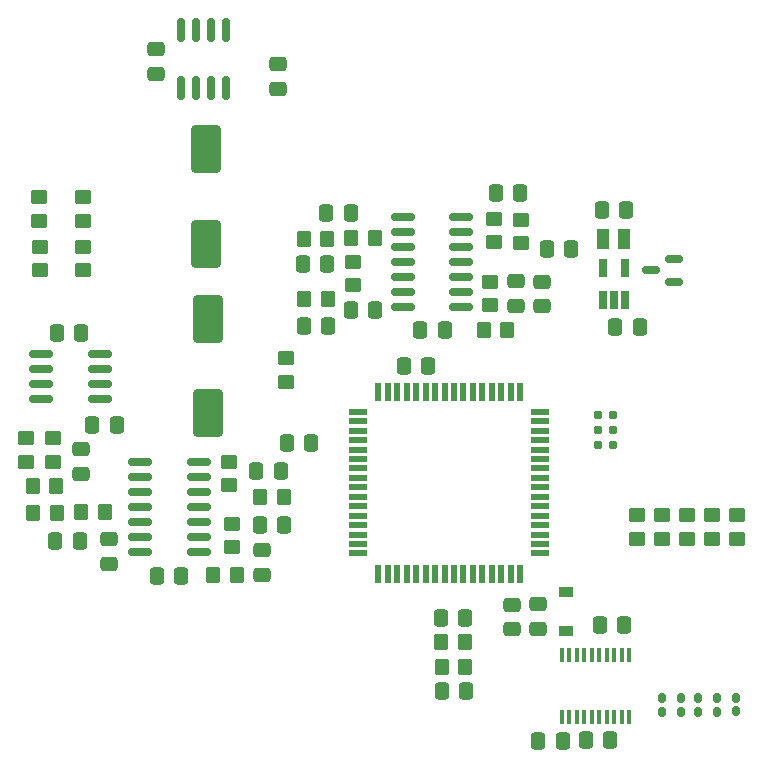
<source format=gbr>
%TF.GenerationSoftware,KiCad,Pcbnew,(6.0.10)*%
%TF.CreationDate,2023-02-03T08:49:19+00:00*%
%TF.ProjectId,Radar,52616461-722e-46b6-9963-61645f706362,rev?*%
%TF.SameCoordinates,Original*%
%TF.FileFunction,Paste,Top*%
%TF.FilePolarity,Positive*%
%FSLAX46Y46*%
G04 Gerber Fmt 4.6, Leading zero omitted, Abs format (unit mm)*
G04 Created by KiCad (PCBNEW (6.0.10)) date 2023-02-03 08:49:19*
%MOMM*%
%LPD*%
G01*
G04 APERTURE LIST*
G04 Aperture macros list*
%AMRoundRect*
0 Rectangle with rounded corners*
0 $1 Rounding radius*
0 $2 $3 $4 $5 $6 $7 $8 $9 X,Y pos of 4 corners*
0 Add a 4 corners polygon primitive as box body*
4,1,4,$2,$3,$4,$5,$6,$7,$8,$9,$2,$3,0*
0 Add four circle primitives for the rounded corners*
1,1,$1+$1,$2,$3*
1,1,$1+$1,$4,$5*
1,1,$1+$1,$6,$7*
1,1,$1+$1,$8,$9*
0 Add four rect primitives between the rounded corners*
20,1,$1+$1,$2,$3,$4,$5,0*
20,1,$1+$1,$4,$5,$6,$7,0*
20,1,$1+$1,$6,$7,$8,$9,0*
20,1,$1+$1,$8,$9,$2,$3,0*%
G04 Aperture macros list end*
%ADD10RoundRect,0.250000X-0.350000X-0.450000X0.350000X-0.450000X0.350000X0.450000X-0.350000X0.450000X0*%
%ADD11RoundRect,0.250000X-0.450000X0.350000X-0.450000X-0.350000X0.450000X-0.350000X0.450000X0.350000X0*%
%ADD12RoundRect,0.160000X0.160000X-0.222500X0.160000X0.222500X-0.160000X0.222500X-0.160000X-0.222500X0*%
%ADD13RoundRect,0.250000X-0.337500X-0.475000X0.337500X-0.475000X0.337500X0.475000X-0.337500X0.475000X0*%
%ADD14RoundRect,0.250000X0.350000X0.450000X-0.350000X0.450000X-0.350000X-0.450000X0.350000X-0.450000X0*%
%ADD15RoundRect,0.250000X0.337500X0.475000X-0.337500X0.475000X-0.337500X-0.475000X0.337500X-0.475000X0*%
%ADD16RoundRect,0.250000X0.450000X-0.350000X0.450000X0.350000X-0.450000X0.350000X-0.450000X-0.350000X0*%
%ADD17RoundRect,0.250000X-0.475000X0.337500X-0.475000X-0.337500X0.475000X-0.337500X0.475000X0.337500X0*%
%ADD18RoundRect,0.150000X-0.825000X-0.150000X0.825000X-0.150000X0.825000X0.150000X-0.825000X0.150000X0*%
%ADD19RoundRect,0.250000X-1.000000X1.750000X-1.000000X-1.750000X1.000000X-1.750000X1.000000X1.750000X0*%
%ADD20R,1.020000X1.780000*%
%ADD21RoundRect,0.150000X0.587500X0.150000X-0.587500X0.150000X-0.587500X-0.150000X0.587500X-0.150000X0*%
%ADD22RoundRect,0.250000X0.475000X-0.337500X0.475000X0.337500X-0.475000X0.337500X-0.475000X-0.337500X0*%
%ADD23R,0.650000X1.560000*%
%ADD24C,0.787000*%
%ADD25R,1.500000X0.550000*%
%ADD26R,0.550000X1.500000*%
%ADD27R,0.400000X1.200000*%
%ADD28RoundRect,0.150000X0.150000X-0.825000X0.150000X0.825000X-0.150000X0.825000X-0.150000X-0.825000X0*%
%ADD29R,1.200000X0.900000*%
G04 APERTURE END LIST*
D10*
%TO.C,R9*%
X141955000Y-80830000D03*
X143955000Y-80830000D03*
%TD*%
D11*
%TO.C,R2*%
X174650000Y-104320000D03*
X174650000Y-106320000D03*
%TD*%
D12*
%TO.C,D2*%
X172946250Y-120922500D03*
X172946250Y-119777500D03*
%TD*%
D13*
%TO.C,C9*%
X149532500Y-112970000D03*
X151607500Y-112970000D03*
%TD*%
%TO.C,C31*%
X133932500Y-100600000D03*
X136007500Y-100600000D03*
%TD*%
D11*
%TO.C,R1*%
X172530000Y-104320000D03*
X172530000Y-106320000D03*
%TD*%
D14*
%TO.C,R20*%
X136280000Y-102790000D03*
X134280000Y-102790000D03*
%TD*%
D11*
%TO.C,R4*%
X166170000Y-104320000D03*
X166170000Y-106320000D03*
%TD*%
%TO.C,R25*%
X115570000Y-77390000D03*
X115570000Y-79390000D03*
%TD*%
D15*
%TO.C,C4*%
X165077500Y-113560000D03*
X163002500Y-113560000D03*
%TD*%
D12*
%TO.C,D5*%
X168316250Y-120922500D03*
X168316250Y-119777500D03*
%TD*%
D16*
%TO.C,R19*%
X154025000Y-81210000D03*
X154025000Y-79210000D03*
%TD*%
D13*
%TO.C,C17*%
X137937500Y-88300000D03*
X140012500Y-88300000D03*
%TD*%
D10*
%TO.C,R7*%
X137935000Y-80890000D03*
X139935000Y-80890000D03*
%TD*%
D15*
%TO.C,C12*%
X139922500Y-83020000D03*
X137847500Y-83020000D03*
%TD*%
D13*
%TO.C,C18*%
X141917500Y-86890000D03*
X143992500Y-86890000D03*
%TD*%
D11*
%TO.C,R3*%
X168290000Y-104320000D03*
X168290000Y-106320000D03*
%TD*%
%TO.C,R21*%
X156325000Y-79270000D03*
X156325000Y-81270000D03*
%TD*%
%TO.C,R22*%
X131640000Y-99760000D03*
X131640000Y-101760000D03*
%TD*%
D16*
%TO.C,R17*%
X153675000Y-86520000D03*
X153675000Y-84520000D03*
%TD*%
D17*
%TO.C,C8*%
X157740000Y-111842500D03*
X157740000Y-113917500D03*
%TD*%
D15*
%TO.C,C1*%
X166377500Y-88330000D03*
X164302500Y-88330000D03*
%TD*%
D17*
%TO.C,C15*%
X119070000Y-98722500D03*
X119070000Y-100797500D03*
%TD*%
D15*
%TO.C,C13*%
X119127500Y-88840000D03*
X117052500Y-88840000D03*
%TD*%
%TO.C,C3*%
X165247500Y-78420000D03*
X163172500Y-78420000D03*
%TD*%
D18*
%TO.C,U5*%
X146340000Y-79060000D03*
X146340000Y-80330000D03*
X146340000Y-81600000D03*
X146340000Y-82870000D03*
X146340000Y-84140000D03*
X146340000Y-85410000D03*
X146340000Y-86680000D03*
X151290000Y-86680000D03*
X151290000Y-85410000D03*
X151290000Y-84140000D03*
X151290000Y-82870000D03*
X151290000Y-81600000D03*
X151290000Y-80330000D03*
X151290000Y-79060000D03*
%TD*%
D10*
%TO.C,R14*%
X119080000Y-104070000D03*
X121080000Y-104070000D03*
%TD*%
D13*
%TO.C,C20*%
X116922500Y-106450000D03*
X118997500Y-106450000D03*
%TD*%
D10*
%TO.C,R8*%
X115000000Y-101820000D03*
X117000000Y-101820000D03*
%TD*%
D12*
%TO.C,D11*%
X171360000Y-120922500D03*
X171360000Y-119777500D03*
%TD*%
D19*
%TO.C,C27*%
X129640000Y-73317500D03*
X129640000Y-81317500D03*
%TD*%
D20*
%TO.C,L1*%
X163310000Y-80900000D03*
X165090000Y-80900000D03*
%TD*%
D10*
%TO.C,R12*%
X115020000Y-104090000D03*
X117020000Y-104090000D03*
%TD*%
D13*
%TO.C,C14*%
X120032500Y-96660000D03*
X122107500Y-96660000D03*
%TD*%
%TO.C,C7*%
X149612500Y-119210000D03*
X151687500Y-119210000D03*
%TD*%
D11*
%TO.C,R28*%
X136430000Y-91010000D03*
X136430000Y-93010000D03*
%TD*%
D21*
%TO.C,D1*%
X167382500Y-83570000D03*
X169257500Y-84520000D03*
X169257500Y-82620000D03*
%TD*%
D22*
%TO.C,C24*%
X155935000Y-86587500D03*
X155935000Y-84512500D03*
%TD*%
D17*
%TO.C,FB1*%
X155610000Y-111862500D03*
X155610000Y-113937500D03*
%TD*%
D11*
%TO.C,R26*%
X115590000Y-81560000D03*
X115590000Y-83560000D03*
%TD*%
D13*
%TO.C,C21*%
X125502500Y-109430000D03*
X127577500Y-109430000D03*
%TD*%
D17*
%TO.C,C22*%
X158115000Y-84522500D03*
X158115000Y-86597500D03*
%TD*%
D15*
%TO.C,C30*%
X156292500Y-77060000D03*
X154217500Y-77060000D03*
%TD*%
D13*
%TO.C,C23*%
X134212500Y-105160000D03*
X136287500Y-105160000D03*
%TD*%
D11*
%TO.C,R24*%
X119250000Y-81580000D03*
X119250000Y-83580000D03*
%TD*%
D13*
%TO.C,C2*%
X146422500Y-91690000D03*
X148497500Y-91690000D03*
%TD*%
D14*
%TO.C,R13*%
X139965000Y-85960000D03*
X137965000Y-85960000D03*
%TD*%
D15*
%TO.C,C11*%
X141942500Y-78700000D03*
X139867500Y-78700000D03*
%TD*%
D10*
%TO.C,R16*%
X130280000Y-109360000D03*
X132280000Y-109360000D03*
%TD*%
D18*
%TO.C,U6*%
X115705000Y-90685000D03*
X115705000Y-91955000D03*
X115705000Y-93225000D03*
X115705000Y-94495000D03*
X120655000Y-94495000D03*
X120655000Y-93225000D03*
X120655000Y-91955000D03*
X120655000Y-90685000D03*
%TD*%
D23*
%TO.C,U1*%
X163280000Y-86080000D03*
X164230000Y-86080000D03*
X165180000Y-86080000D03*
X165180000Y-83380000D03*
X163280000Y-83380000D03*
%TD*%
D12*
%TO.C,D3*%
X174510000Y-120902500D03*
X174510000Y-119757500D03*
%TD*%
D16*
%TO.C,R18*%
X131880000Y-107010000D03*
X131880000Y-105010000D03*
%TD*%
D13*
%TO.C,C26*%
X158517500Y-81780000D03*
X160592500Y-81780000D03*
%TD*%
D11*
%TO.C,R23*%
X119250000Y-77360000D03*
X119250000Y-79360000D03*
%TD*%
D24*
%TO.C,J1*%
X162865000Y-95775000D03*
X164135000Y-95775000D03*
X162865000Y-97045000D03*
X164135000Y-97045000D03*
X162865000Y-98315000D03*
X164135000Y-98315000D03*
%TD*%
D19*
%TO.C,C28*%
X129820000Y-87650000D03*
X129820000Y-95650000D03*
%TD*%
D18*
%TO.C,U7*%
X124125000Y-99780000D03*
X124125000Y-101050000D03*
X124125000Y-102320000D03*
X124125000Y-103590000D03*
X124125000Y-104860000D03*
X124125000Y-106130000D03*
X124125000Y-107400000D03*
X129075000Y-107400000D03*
X129075000Y-106130000D03*
X129075000Y-104860000D03*
X129075000Y-103590000D03*
X129075000Y-102320000D03*
X129075000Y-101050000D03*
X129075000Y-99780000D03*
%TD*%
D10*
%TO.C,R15*%
X153185000Y-88600000D03*
X155185000Y-88600000D03*
%TD*%
D17*
%TO.C,C19*%
X121490000Y-106352500D03*
X121490000Y-108427500D03*
%TD*%
D13*
%TO.C,C16*%
X147797500Y-88580000D03*
X149872500Y-88580000D03*
%TD*%
%TO.C,C29*%
X136502500Y-98150000D03*
X138577500Y-98150000D03*
%TD*%
D22*
%TO.C,C25*%
X134430000Y-109357500D03*
X134430000Y-107282500D03*
%TD*%
D17*
%TO.C,C10*%
X125425000Y-64835000D03*
X125425000Y-66910000D03*
%TD*%
D11*
%TO.C,R29*%
X170410000Y-104320000D03*
X170410000Y-106320000D03*
%TD*%
%TO.C,R27*%
X114470000Y-97800000D03*
X114470000Y-99800000D03*
%TD*%
D25*
%TO.C,U2*%
X142570000Y-95540000D03*
X142570000Y-96340000D03*
X142570000Y-97140000D03*
X142570000Y-97940000D03*
X142570000Y-98740000D03*
X142570000Y-99540000D03*
X142570000Y-100340000D03*
X142570000Y-101140000D03*
X142570000Y-101940000D03*
X142570000Y-102740000D03*
X142570000Y-103540000D03*
X142570000Y-104340000D03*
X142570000Y-105140000D03*
X142570000Y-105940000D03*
X142570000Y-106740000D03*
X142570000Y-107540000D03*
D26*
X144270000Y-109240000D03*
X145070000Y-109240000D03*
X145870000Y-109240000D03*
X146670000Y-109240000D03*
X147470000Y-109240000D03*
X148270000Y-109240000D03*
X149070000Y-109240000D03*
X149870000Y-109240000D03*
X150670000Y-109240000D03*
X151470000Y-109240000D03*
X152270000Y-109240000D03*
X153070000Y-109240000D03*
X153870000Y-109240000D03*
X154670000Y-109240000D03*
X155470000Y-109240000D03*
X156270000Y-109240000D03*
D25*
X157970000Y-107540000D03*
X157970000Y-106740000D03*
X157970000Y-105940000D03*
X157970000Y-105140000D03*
X157970000Y-104340000D03*
X157970000Y-103540000D03*
X157970000Y-102740000D03*
X157970000Y-101940000D03*
X157970000Y-101140000D03*
X157970000Y-100340000D03*
X157970000Y-99540000D03*
X157970000Y-98740000D03*
X157970000Y-97940000D03*
X157970000Y-97140000D03*
X157970000Y-96340000D03*
X157970000Y-95540000D03*
D26*
X156270000Y-93840000D03*
X155470000Y-93840000D03*
X154670000Y-93840000D03*
X153870000Y-93840000D03*
X153070000Y-93840000D03*
X152270000Y-93840000D03*
X151470000Y-93840000D03*
X150670000Y-93840000D03*
X149870000Y-93840000D03*
X149070000Y-93840000D03*
X148270000Y-93840000D03*
X147470000Y-93840000D03*
X146670000Y-93840000D03*
X145870000Y-93840000D03*
X145070000Y-93840000D03*
X144270000Y-93840000D03*
%TD*%
D27*
%TO.C,U3*%
X165507500Y-116170000D03*
X164872500Y-116170000D03*
X164237500Y-116170000D03*
X163602500Y-116170000D03*
X162967500Y-116170000D03*
X162332500Y-116170000D03*
X161697500Y-116170000D03*
X161062500Y-116170000D03*
X160427500Y-116170000D03*
X159792500Y-116170000D03*
X159792500Y-121370000D03*
X160427500Y-121370000D03*
X161062500Y-121370000D03*
X161697500Y-121370000D03*
X162332500Y-121370000D03*
X162967500Y-121370000D03*
X163602500Y-121370000D03*
X164237500Y-121370000D03*
X164872500Y-121370000D03*
X165507500Y-121370000D03*
%TD*%
D15*
%TO.C,C6*%
X159867500Y-123430000D03*
X157792500Y-123430000D03*
%TD*%
D28*
%TO.C,U4*%
X127540000Y-68147500D03*
X128810000Y-68147500D03*
X130080000Y-68147500D03*
X131350000Y-68147500D03*
X131350000Y-63197500D03*
X130080000Y-63197500D03*
X128810000Y-63197500D03*
X127540000Y-63197500D03*
%TD*%
D10*
%TO.C,R6*%
X149610000Y-115070000D03*
X151610000Y-115070000D03*
%TD*%
D12*
%TO.C,D4*%
X169856250Y-120922500D03*
X169856250Y-119777500D03*
%TD*%
D10*
%TO.C,R5*%
X149630000Y-117120000D03*
X151630000Y-117120000D03*
%TD*%
D16*
%TO.C,R10*%
X116690000Y-99760000D03*
X116690000Y-97760000D03*
%TD*%
D17*
%TO.C,C32*%
X135750000Y-66112500D03*
X135750000Y-68187500D03*
%TD*%
D13*
%TO.C,C5*%
X161842500Y-123360000D03*
X163917500Y-123360000D03*
%TD*%
D29*
%TO.C,D6*%
X160130000Y-110810000D03*
X160130000Y-114110000D03*
%TD*%
D11*
%TO.C,R11*%
X142075000Y-82840000D03*
X142075000Y-84840000D03*
%TD*%
M02*

</source>
